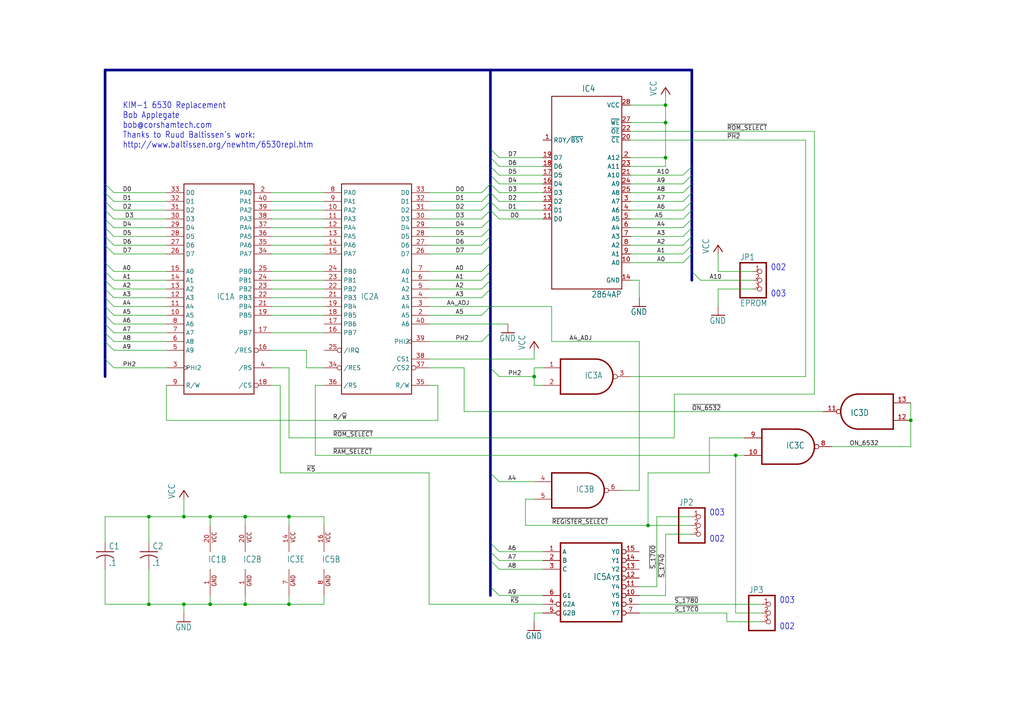
<source format=kicad_sch>
(kicad_sch (version 20230121) (generator eeschema)
  (paper "A4")
  (lib_symbols
    (symbol "KIM_6530_replacement-eagle-import:2864AP"
      (property "Reference" "IC" (at -10.16 29.21 0))
      (symbol "2864AP_1_0"
        (polyline (pts (xy -10.16 -30.48) (xy -10.16 25.4)) (stroke (width 0.254)))
        (polyline (pts (xy -10.16 25.4) (xy 10.16 25.4)) (stroke (width 0.254)))
        (polyline (pts (xy 10.16 -30.48) (xy -10.16 -30.48)) (stroke (width 0.254)))
        (polyline (pts (xy 10.16 25.4) (xy 10.16 -30.48)) (stroke (width 0.254)))
        (pin output line (at 12.7 12.7 180) (length 2.54) (name "RDY/~{BSY}") (number "1"))
        (pin input line (at -12.7 -22.86 0) (length 2.54) (name "A0") (number "10"))
        (pin tri_state line (at 12.7 -10.16 180) (length 2.54) (name "D0") (number "11"))
        (pin tri_state line (at 12.7 -7.62 180) (length 2.54) (name "D1") (number "12"))
        (pin tri_state line (at 12.7 -5.08 180) (length 2.54) (name "D2") (number "13"))
        (pin power_in line (at -12.7 -27.94 0) (length 2.54) (name "GND") (number "14"))
        (pin tri_state line (at 12.7 -2.54 180) (length 2.54) (name "D3") (number "15"))
        (pin tri_state line (at 12.7 0 180) (length 2.54) (name "D4") (number "16"))
        (pin tri_state line (at 12.7 2.54 180) (length 2.54) (name "D5") (number "17"))
        (pin tri_state line (at 12.7 5.08 180) (length 2.54) (name "D6") (number "18"))
        (pin tri_state line (at 12.7 7.62 180) (length 2.54) (name "D7") (number "19"))
        (pin input line (at -12.7 7.62 0) (length 2.54) (name "A12") (number "2"))
        (pin input line (at -12.7 12.7 0) (length 2.54) (name "~{CE}") (number "20"))
        (pin input line (at -12.7 2.54 0) (length 2.54) (name "A10") (number "21"))
        (pin input line (at -12.7 15.24 0) (length 2.54) (name "~{OE}") (number "22"))
        (pin input line (at -12.7 5.08 0) (length 2.54) (name "A11") (number "23"))
        (pin input line (at -12.7 0 0) (length 2.54) (name "A9") (number "24"))
        (pin input line (at -12.7 -2.54 0) (length 2.54) (name "A8") (number "25"))
        (pin input line (at -12.7 17.78 0) (length 2.54) (name "~{WE}") (number "27"))
        (pin power_in line (at -12.7 22.86 0) (length 2.54) (name "VCC") (number "28"))
        (pin input line (at -12.7 -5.08 0) (length 2.54) (name "A7") (number "3"))
        (pin input line (at -12.7 -7.62 0) (length 2.54) (name "A6") (number "4"))
        (pin input line (at -12.7 -10.16 0) (length 2.54) (name "A5") (number "5"))
        (pin input line (at -12.7 -12.7 0) (length 2.54) (name "A4") (number "6"))
        (pin input line (at -12.7 -15.24 0) (length 2.54) (name "A3") (number "7"))
        (pin input line (at -12.7 -17.78 0) (length 2.54) (name "A2") (number "8"))
        (pin input line (at -12.7 -20.32 0) (length 2.54) (name "A1") (number "9"))
      )
    )
    (symbol "KIM_6530_replacement-eagle-import:6530-KIM"
      (property "Reference" "IC" (at -0.635 -0.635 0))
      (symbol "6530-KIM_1_0"
        (polyline (pts (xy -10.16 -27.94) (xy -10.16 33.02)) (stroke (width 0.254)))
        (polyline (pts (xy -10.16 33.02) (xy 10.16 33.02)) (stroke (width 0.254)))
        (polyline (pts (xy 10.16 -27.94) (xy -10.16 -27.94)) (stroke (width 0.254)))
        (polyline (pts (xy 10.16 33.02) (xy 10.16 -27.94)) (stroke (width 0.254)))
        (pin input line (at -15.24 -5.08 0) (length 5.08) (name "A5") (number "10"))
        (pin input line (at -15.24 -2.54 0) (length 5.08) (name "A4") (number "11"))
        (pin input line (at -15.24 0 0) (length 5.08) (name "A3") (number "12"))
        (pin input line (at -15.24 2.54 0) (length 5.08) (name "A2") (number "13"))
        (pin input line (at -15.24 5.08 0) (length 5.08) (name "A1") (number "14"))
        (pin input line (at -15.24 7.62 0) (length 5.08) (name "A0") (number "15"))
        (pin input inverted (at 15.24 -15.24 180) (length 5.08) (name "/RES") (number "16"))
        (pin bidirectional line (at 15.24 -10.16 180) (length 5.08) (name "PB7") (number "17"))
        (pin input inverted (at 15.24 -25.4 180) (length 5.08) (name "/CS") (number "18"))
        (pin bidirectional line (at 15.24 -5.08 180) (length 5.08) (name "PB5") (number "19"))
        (pin bidirectional line (at 15.24 30.48 180) (length 5.08) (name "PA0") (number "2"))
        (pin bidirectional line (at 15.24 -2.54 180) (length 5.08) (name "PB4") (number "21"))
        (pin bidirectional line (at 15.24 0 180) (length 5.08) (name "PB3") (number "22"))
        (pin bidirectional line (at 15.24 2.54 180) (length 5.08) (name "PB2") (number "23"))
        (pin bidirectional line (at 15.24 5.08 180) (length 5.08) (name "PB1") (number "24"))
        (pin bidirectional line (at 15.24 7.62 180) (length 5.08) (name "PB0") (number "25"))
        (pin bidirectional line (at -15.24 12.7 0) (length 5.08) (name "D7") (number "26"))
        (pin bidirectional line (at -15.24 15.24 0) (length 5.08) (name "D6") (number "27"))
        (pin bidirectional line (at -15.24 17.78 0) (length 5.08) (name "D5") (number "28"))
        (pin bidirectional line (at -15.24 20.32 0) (length 5.08) (name "D4") (number "29"))
        (pin input clock (at -15.24 -20.32 0) (length 5.08) (name "PHI2") (number "3"))
        (pin bidirectional line (at -15.24 22.86 0) (length 5.08) (name "D3") (number "30"))
        (pin bidirectional line (at -15.24 25.4 0) (length 5.08) (name "D2") (number "31"))
        (pin bidirectional line (at -15.24 27.94 0) (length 5.08) (name "D1") (number "32"))
        (pin bidirectional line (at -15.24 30.48 0) (length 5.08) (name "D0") (number "33"))
        (pin bidirectional line (at 15.24 12.7 180) (length 5.08) (name "PA7") (number "34"))
        (pin bidirectional line (at 15.24 15.24 180) (length 5.08) (name "PA6") (number "35"))
        (pin bidirectional line (at 15.24 17.78 180) (length 5.08) (name "PA5") (number "36"))
        (pin bidirectional line (at 15.24 20.32 180) (length 5.08) (name "PA4") (number "37"))
        (pin bidirectional line (at 15.24 22.86 180) (length 5.08) (name "PA3") (number "38"))
        (pin bidirectional line (at 15.24 25.4 180) (length 5.08) (name "PA2") (number "39"))
        (pin input line (at 15.24 -20.32 180) (length 5.08) (name "/RS") (number "4"))
        (pin bidirectional line (at 15.24 27.94 180) (length 5.08) (name "PA1") (number "40"))
        (pin input line (at -15.24 -15.24 0) (length 5.08) (name "A9") (number "5"))
        (pin input line (at -15.24 -12.7 0) (length 5.08) (name "A8") (number "6"))
        (pin input line (at -15.24 -10.16 0) (length 5.08) (name "A7") (number "7"))
        (pin input line (at -15.24 -7.62 0) (length 5.08) (name "A6") (number "8"))
        (pin input line (at -15.24 -25.4 0) (length 5.08) (name "R/W") (number "9"))
      )
      (symbol "6530-KIM_2_0"
        (text "GND" (at 1.905 -7.62 900) (effects (font (size 1.27 1.0795)) (justify left bottom)))
        (text "VCC" (at 1.905 5.08 900) (effects (font (size 1.27 1.0795)) (justify left bottom)))
        (pin power_in line (at 0 -10.16 90) (length 7.62) (name "GND") (number "1"))
        (pin power_in line (at 0 10.16 270) (length 7.62) (name "VCC") (number "20"))
      )
    )
    (symbol "KIM_6530_replacement-eagle-import:6532"
      (property "Reference" "IC" (at -0.635 -0.635 0))
      (symbol "6532_1_0"
        (polyline (pts (xy -10.16 -27.94) (xy -10.16 33.02)) (stroke (width 0.254)))
        (polyline (pts (xy -10.16 33.02) (xy 10.16 33.02)) (stroke (width 0.254)))
        (polyline (pts (xy 10.16 -27.94) (xy -10.16 -27.94)) (stroke (width 0.254)))
        (polyline (pts (xy 10.16 33.02) (xy 10.16 -27.94)) (stroke (width 0.254)))
        (pin bidirectional line (at 15.24 25.4 180) (length 5.08) (name "PA2") (number "10"))
        (pin bidirectional line (at 15.24 22.86 180) (length 5.08) (name "PA3") (number "11"))
        (pin bidirectional line (at 15.24 20.32 180) (length 5.08) (name "PA4") (number "12"))
        (pin bidirectional line (at 15.24 17.78 180) (length 5.08) (name "PA5") (number "13"))
        (pin bidirectional line (at 15.24 15.24 180) (length 5.08) (name "PA6") (number "14"))
        (pin bidirectional line (at 15.24 12.7 180) (length 5.08) (name "PA7") (number "15"))
        (pin bidirectional line (at 15.24 -10.16 180) (length 5.08) (name "PB7") (number "16"))
        (pin bidirectional line (at 15.24 -7.62 180) (length 5.08) (name "PB6") (number "17"))
        (pin bidirectional line (at 15.24 -5.08 180) (length 5.08) (name "PB5") (number "18"))
        (pin bidirectional line (at 15.24 -2.54 180) (length 5.08) (name "PB4") (number "19"))
        (pin input line (at -15.24 -5.08 0) (length 5.08) (name "A5") (number "2"))
        (pin bidirectional line (at 15.24 0 180) (length 5.08) (name "PB3") (number "21"))
        (pin bidirectional line (at 15.24 2.54 180) (length 5.08) (name "PB2") (number "22"))
        (pin bidirectional line (at 15.24 5.08 180) (length 5.08) (name "PB1") (number "23"))
        (pin bidirectional line (at 15.24 7.62 180) (length 5.08) (name "PB0") (number "24"))
        (pin open_collector inverted (at 15.24 -15.24 180) (length 5.08) (name "/IRQ") (number "25"))
        (pin bidirectional line (at -15.24 12.7 0) (length 5.08) (name "D7") (number "26"))
        (pin bidirectional line (at -15.24 15.24 0) (length 5.08) (name "D6") (number "27"))
        (pin bidirectional line (at -15.24 17.78 0) (length 5.08) (name "D5") (number "28"))
        (pin bidirectional line (at -15.24 20.32 0) (length 5.08) (name "D4") (number "29"))
        (pin input line (at -15.24 -2.54 0) (length 5.08) (name "A4") (number "3"))
        (pin bidirectional line (at -15.24 22.86 0) (length 5.08) (name "D3") (number "30"))
        (pin bidirectional line (at -15.24 25.4 0) (length 5.08) (name "D2") (number "31"))
        (pin bidirectional line (at -15.24 27.94 0) (length 5.08) (name "D1") (number "32"))
        (pin bidirectional line (at -15.24 30.48 0) (length 5.08) (name "D0") (number "33"))
        (pin input inverted (at 15.24 -20.32 180) (length 5.08) (name "/RES") (number "34"))
        (pin input line (at -15.24 -25.4 0) (length 5.08) (name "R/W") (number "35"))
        (pin input line (at 15.24 -25.4 180) (length 5.08) (name "/RS") (number "36"))
        (pin input inverted (at -15.24 -20.32 0) (length 5.08) (name "/CS2") (number "37"))
        (pin input line (at -15.24 -17.78 0) (length 5.08) (name "CS1") (number "38"))
        (pin input clock (at -15.24 -12.7 0) (length 5.08) (name "PHI2") (number "39"))
        (pin input line (at -15.24 0 0) (length 5.08) (name "A3") (number "4"))
        (pin input line (at -15.24 -7.62 0) (length 5.08) (name "A6") (number "40"))
        (pin input line (at -15.24 2.54 0) (length 5.08) (name "A2") (number "5"))
        (pin input line (at -15.24 5.08 0) (length 5.08) (name "A1") (number "6"))
        (pin input line (at -15.24 7.62 0) (length 5.08) (name "A0") (number "7"))
        (pin bidirectional line (at 15.24 30.48 180) (length 5.08) (name "PA0") (number "8"))
        (pin bidirectional line (at 15.24 27.94 180) (length 5.08) (name "PA1") (number "9"))
      )
      (symbol "6532_2_0"
        (text "GND" (at 1.905 -7.62 900) (effects (font (size 1.27 1.0795)) (justify left bottom)))
        (text "VCC" (at 1.905 5.08 900) (effects (font (size 1.27 1.0795)) (justify left bottom)))
        (pin power_in line (at 0 -10.16 90) (length 7.62) (name "GND") (number "1"))
        (pin power_in line (at 0 10.16 270) (length 7.62) (name "VCC") (number "20"))
      )
    )
    (symbol "KIM_6530_replacement-eagle-import:7400N"
      (property "Reference" "IC" (at -0.635 -0.635 0))
      (symbol "7400N_1_0"
        (polyline (pts (xy -7.62 -5.08) (xy 2.54 -5.08)) (stroke (width 0.4064)))
        (polyline (pts (xy -7.62 5.08) (xy -7.62 -5.08)) (stroke (width 0.4064)))
        (polyline (pts (xy 2.54 5.08) (xy -7.62 5.08)) (stroke (width 0.4064)))
        (arc (start 2.5398 -5.08) (mid 7.5978 -0.0001) (end 2.54 5.08) (stroke (width 0.4064)))
        (pin input line (at -12.7 2.54 0) (length 5.08) (name "I0") (number "1"))
        (pin input line (at -12.7 -2.54 0) (length 5.08) (name "I1") (number "2"))
        (pin output inverted (at 12.7 0 180) (length 5.08) (name "O") (number "3"))
      )
      (symbol "7400N_2_0"
        (polyline (pts (xy -7.62 -5.08) (xy 2.54 -5.08)) (stroke (width 0.4064)))
        (polyline (pts (xy -7.62 5.08) (xy -7.62 -5.08)) (stroke (width 0.4064)))
        (polyline (pts (xy 2.54 5.08) (xy -7.62 5.08)) (stroke (width 0.4064)))
        (arc (start 2.5398 -5.08) (mid 7.5978 -0.0001) (end 2.54 5.08) (stroke (width 0.4064)))
        (pin input line (at -12.7 2.54 0) (length 5.08) (name "I0") (number "4"))
        (pin input line (at -12.7 -2.54 0) (length 5.08) (name "I1") (number "5"))
        (pin output inverted (at 12.7 0 180) (length 5.08) (name "O") (number "6"))
      )
      (symbol "7400N_3_0"
        (polyline (pts (xy -7.62 -5.08) (xy 2.54 -5.08)) (stroke (width 0.4064)))
        (polyline (pts (xy -7.62 5.08) (xy -7.62 -5.08)) (stroke (width 0.4064)))
        (polyline (pts (xy 2.54 5.08) (xy -7.62 5.08)) (stroke (width 0.4064)))
        (arc (start 2.5398 -5.08) (mid 7.5978 -0.0001) (end 2.54 5.08) (stroke (width 0.4064)))
        (pin input line (at -12.7 -2.54 0) (length 5.08) (name "I1") (number "10"))
        (pin output inverted (at 12.7 0 180) (length 5.08) (name "O") (number "8"))
        (pin input line (at -12.7 2.54 0) (length 5.08) (name "I0") (number "9"))
      )
      (symbol "7400N_4_0"
        (polyline (pts (xy -7.62 -5.08) (xy 2.54 -5.08)) (stroke (width 0.4064)))
        (polyline (pts (xy -7.62 5.08) (xy -7.62 -5.08)) (stroke (width 0.4064)))
        (polyline (pts (xy 2.54 5.08) (xy -7.62 5.08)) (stroke (width 0.4064)))
        (arc (start 2.5398 -5.08) (mid 7.5978 -0.0001) (end 2.54 5.08) (stroke (width 0.4064)))
        (pin output inverted (at 12.7 0 180) (length 5.08) (name "O") (number "11"))
        (pin input line (at -12.7 2.54 0) (length 5.08) (name "I0") (number "12"))
        (pin input line (at -12.7 -2.54 0) (length 5.08) (name "I1") (number "13"))
      )
      (symbol "7400N_5_0"
        (text "GND" (at 1.905 -7.62 900) (effects (font (size 1.27 1.0795)) (justify left bottom)))
        (text "VCC" (at 1.905 5.08 900) (effects (font (size 1.27 1.0795)) (justify left bottom)))
        (pin power_in line (at 0 10.16 270) (length 7.62) (name "VCC") (number "14"))
        (pin power_in line (at 0 -10.16 90) (length 7.62) (name "GND") (number "7"))
      )
    )
    (symbol "KIM_6530_replacement-eagle-import:74138N"
      (property "Reference" "IC" (at -0.635 -0.635 0))
      (symbol "74138N_1_0"
        (polyline (pts (xy -10.16 -12.7) (xy 7.62 -12.7)) (stroke (width 0.4064)))
        (polyline (pts (xy -10.16 10.16) (xy -10.16 -12.7)) (stroke (width 0.4064)))
        (polyline (pts (xy 7.62 -12.7) (xy 7.62 10.16)) (stroke (width 0.4064)))
        (polyline (pts (xy 7.62 10.16) (xy -10.16 10.16)) (stroke (width 0.4064)))
        (pin input line (at -15.24 7.62 0) (length 5.08) (name "A") (number "1"))
        (pin output inverted (at 12.7 -5.08 180) (length 5.08) (name "Y5") (number "10"))
        (pin output inverted (at 12.7 -2.54 180) (length 5.08) (name "Y4") (number "11"))
        (pin output inverted (at 12.7 0 180) (length 5.08) (name "Y3") (number "12"))
        (pin output inverted (at 12.7 2.54 180) (length 5.08) (name "Y2") (number "13"))
        (pin output inverted (at 12.7 5.08 180) (length 5.08) (name "Y1") (number "14"))
        (pin output inverted (at 12.7 7.62 180) (length 5.08) (name "Y0") (number "15"))
        (pin input line (at -15.24 5.08 0) (length 5.08) (name "B") (number "2"))
        (pin input line (at -15.24 2.54 0) (length 5.08) (name "C") (number "3"))
        (pin input inverted (at -15.24 -7.62 0) (length 5.08) (name "G2A") (number "4"))
        (pin input inverted (at -15.24 -10.16 0) (length 5.08) (name "G2B") (number "5"))
        (pin input line (at -15.24 -5.08 0) (length 5.08) (name "G1") (number "6"))
        (pin output inverted (at 12.7 -10.16 180) (length 5.08) (name "Y7") (number "7"))
        (pin output inverted (at 12.7 -7.62 180) (length 5.08) (name "Y6") (number "9"))
      )
      (symbol "74138N_2_0"
        (text "GND" (at 1.905 -7.62 900) (effects (font (size 1.27 1.0795)) (justify left bottom)))
        (text "VCC" (at 1.905 5.08 900) (effects (font (size 1.27 1.0795)) (justify left bottom)))
        (pin power_in line (at 0 10.16 270) (length 7.62) (name "VCC") (number "16"))
        (pin power_in line (at 0 -10.16 90) (length 7.62) (name "GND") (number "8"))
      )
    )
    (symbol "KIM_6530_replacement-eagle-import:C-US025-025X050"
      (property "Reference" "C" (at 1.016 0.635 0))
      (symbol "C-US025-025X050_1_0"
        (arc (start 0 -1.0161) (mid -1.302 -1.2303) (end -2.4668 -1.8504) (stroke (width 0.254)))
        (polyline (pts (xy -2.54 0) (xy 2.54 0)) (stroke (width 0.254)))
        (polyline (pts (xy 0 -1.016) (xy 0 -2.54)) (stroke (width 0.1524)))
        (arc (start 2.4892 -1.8541) (mid 1.3158 -1.2194) (end 0 -1) (stroke (width 0.254)))
        (pin passive line (at 0 2.54 270) (length 2.54) (name "1") (number "1"))
        (pin passive line (at 0 -5.08 90) (length 2.54) (name "2") (number "2"))
      )
    )
    (symbol "KIM_6530_replacement-eagle-import:GND" (power)
      (property "Value" "GND" (at -2.54 -2.54 0))
      (symbol "GND_1_0"
        (polyline (pts (xy -1.905 0) (xy 1.905 0)) (stroke (width 0.254)))
        (pin power_in line (at 0 2.54 270) (length 2.54) (name "GND") (number "1"))
      )
    )
    (symbol "KIM_6530_replacement-eagle-import:PINHD-1X3"
      (property "Reference" "JP" (at -6.35 5.715 0))
      (symbol "PINHD-1X3_1_0"
        (polyline (pts (xy -6.35 -5.08) (xy 1.27 -5.08)) (stroke (width 0.4064)))
        (polyline (pts (xy -6.35 5.08) (xy -6.35 -5.08)) (stroke (width 0.4064)))
        (polyline (pts (xy 1.27 -5.08) (xy 1.27 5.08)) (stroke (width 0.4064)))
        (polyline (pts (xy 1.27 5.08) (xy -6.35 5.08)) (stroke (width 0.4064)))
        (pin passive inverted (at -2.54 2.54 0) (length 2.54) (name "1") (number "1"))
        (pin passive inverted (at -2.54 0 0) (length 2.54) (name "2") (number "2"))
        (pin passive inverted (at -2.54 -2.54 0) (length 2.54) (name "3") (number "3"))
      )
    )
    (symbol "KIM_6530_replacement-eagle-import:VCC" (power)
      (property "Value" "VCC" (at -2.54 -2.54 90))
      (symbol "VCC_1_0"
        (polyline (pts (xy 0 0) (xy -1.27 -1.905)) (stroke (width 0.254)))
        (polyline (pts (xy 1.27 -1.905) (xy 0 0)) (stroke (width 0.254)))
        (pin power_in line (at 0 -2.54 90) (length 2.54) (name "VCC") (number "1"))
      )
    )
  )
  (junction (at 71.12 175.26))
  (junction (at 53.34 149.86))
  (junction (at 43.18 149.86))
  (junction (at 213.36 132.08))
  (junction (at 71.12 149.86))
  (junction (at 43.18 175.26))
  (junction (at 60.96 149.86))
  (junction (at 193.04 30.48))
  (junction (at 193.04 35.56))
  (junction (at 53.34 175.26))
  (junction (at 83.82 149.86))
  (junction (at 193.04 45.72))
  (junction (at 187.96 152.4))
  (junction (at 154.94 109.22))
  (junction (at 264.16 121.92))
  (junction (at 83.82 175.26))
  (junction (at 60.96 175.26))
  (bus_entry (at 33.02 83.82) (size -2.54 -2.54))
  (bus_entry (at 33.02 101.6) (size -2.54 -2.54))
  (bus_entry (at 198.12 76.2) (size 2.54 -2.54))
  (bus_entry (at 144.78 139.7) (size -2.54 -2.54))
  (bus_entry (at 139.7 99.06) (size 2.54 -2.54))
  (bus_entry (at 139.7 73.66) (size 2.54 -2.54))
  (bus_entry (at 139.7 58.42) (size 2.54 -2.54))
  (bus_entry (at 139.7 86.36) (size 2.54 -2.54))
  (bus_entry (at 33.02 78.74) (size -2.54 -2.54))
  (bus_entry (at 144.78 160.02) (size -2.54 -2.54))
  (bus_entry (at 33.02 99.06) (size -2.54 -2.54))
  (bus_entry (at 198.12 66.04) (size 2.54 -2.54))
  (bus_entry (at 33.02 96.52) (size -2.54 -2.54))
  (bus_entry (at 144.78 50.8) (size -2.54 -2.54))
  (bus_entry (at 198.12 73.66) (size 2.54 -2.54))
  (bus_entry (at 139.7 78.74) (size 2.54 -2.54))
  (bus_entry (at 144.78 109.22) (size -2.54 -2.54))
  (bus_entry (at 139.7 71.12) (size 2.54 -2.54))
  (bus_entry (at 33.02 86.36) (size -2.54 -2.54))
  (bus_entry (at 33.02 68.58) (size -2.54 -2.54))
  (bus_entry (at 198.12 50.8) (size 2.54 -2.54))
  (bus_entry (at 33.02 71.12) (size -2.54 -2.54))
  (bus_entry (at 144.78 55.88) (size -2.54 -2.54))
  (bus_entry (at 139.7 91.44) (size 2.54 -2.54))
  (bus_entry (at 139.7 63.5) (size 2.54 -2.54))
  (bus_entry (at 33.02 63.5) (size -2.54 -2.54))
  (bus_entry (at 144.78 162.56) (size -2.54 -2.54))
  (bus_entry (at 144.78 60.96) (size -2.54 -2.54))
  (bus_entry (at 33.02 73.66) (size -2.54 -2.54))
  (bus_entry (at 198.12 55.88) (size 2.54 -2.54))
  (bus_entry (at 198.12 53.34) (size 2.54 -2.54))
  (bus_entry (at 198.12 68.58) (size 2.54 -2.54))
  (bus_entry (at 33.02 55.88) (size -2.54 -2.54))
  (bus_entry (at 33.02 60.96) (size -2.54 -2.54))
  (bus_entry (at 139.7 83.82) (size 2.54 -2.54))
  (bus_entry (at 198.12 71.12) (size 2.54 -2.54))
  (bus_entry (at 144.78 63.5) (size -2.54 -2.54))
  (bus_entry (at 139.7 55.88) (size 2.54 -2.54))
  (bus_entry (at 198.12 60.96) (size 2.54 -2.54))
  (bus_entry (at 198.12 63.5) (size 2.54 -2.54))
  (bus_entry (at 139.7 81.28) (size 2.54 -2.54))
  (bus_entry (at 144.78 58.42) (size -2.54 -2.54))
  (bus_entry (at 33.02 88.9) (size -2.54 -2.54))
  (bus_entry (at 33.02 81.28) (size -2.54 -2.54))
  (bus_entry (at 144.78 165.1) (size -2.54 -2.54))
  (bus_entry (at 144.78 172.72) (size -2.54 -2.54))
  (bus_entry (at 33.02 66.04) (size -2.54 -2.54))
  (bus_entry (at 139.7 68.58) (size 2.54 -2.54))
  (bus_entry (at 33.02 91.44) (size -2.54 -2.54))
  (bus_entry (at 144.78 45.72) (size -2.54 -2.54))
  (bus_entry (at 144.78 53.34) (size -2.54 -2.54))
  (bus_entry (at 33.02 93.98) (size -2.54 -2.54))
  (bus_entry (at 139.7 66.04) (size 2.54 -2.54))
  (bus_entry (at 139.7 60.96) (size 2.54 -2.54))
  (bus_entry (at 144.78 48.26) (size -2.54 -2.54))
  (bus_entry (at 33.02 106.68) (size -2.54 -2.54))
  (bus_entry (at 198.12 58.42) (size 2.54 -2.54))
  (bus_entry (at 33.02 58.42) (size -2.54 -2.54))
  (bus_entry (at 203.2 81.28) (size -2.54 -2.54))
  (wire (pts (xy 144.78 58.42) (xy 157.48 58.42)) (stroke (width 0.1524)))
  (wire (pts (xy 33.02 101.6) (xy 48.26 101.6)) (stroke (width 0.1524)))
  (bus (pts (xy 30.48 78.74) (xy 30.48 76.2)) (stroke (width 0.762)))
  (wire (pts (xy 144.78 165.1) (xy 157.48 165.1)) (stroke (width 0.1524)))
  (wire (pts (xy 154.94 109.22) (xy 154.94 111.76)) (stroke (width 0.1524)))
  (wire (pts (xy 144.78 139.7) (xy 154.94 139.7)) (stroke (width 0.1524)))
  (bus (pts (xy 142.24 83.82) (xy 142.24 88.9)) (stroke (width 0.762)))
  (wire (pts (xy 33.02 71.12) (xy 48.26 71.12)) (stroke (width 0.1524)))
  (wire (pts (xy 233.68 40.64) (xy 182.88 40.64)) (stroke (width 0.1524)))
  (wire (pts (xy 182.88 45.72) (xy 193.04 45.72)) (stroke (width 0.1524)))
  (wire (pts (xy 139.7 66.04) (xy 124.46 66.04)) (stroke (width 0.1524)))
  (wire (pts (xy 193.04 172.72) (xy 193.04 154.94)) (stroke (width 0.1524)))
  (wire (pts (xy 134.62 106.68) (xy 124.46 106.68)) (stroke (width 0.1524)))
  (bus (pts (xy 30.48 58.42) (xy 30.48 55.88)) (stroke (width 0.762)))
  (wire (pts (xy 187.96 152.4) (xy 152.4 152.4)) (stroke (width 0.1524)))
  (wire (pts (xy 139.7 58.42) (xy 124.46 58.42)) (stroke (width 0.1524)))
  (wire (pts (xy 210.82 180.34) (xy 220.98 180.34)) (stroke (width 0.1524)))
  (wire (pts (xy 53.34 149.86) (xy 60.96 149.86)) (stroke (width 0.1524)))
  (wire (pts (xy 139.7 60.96) (xy 124.46 60.96)) (stroke (width 0.1524)))
  (wire (pts (xy 154.94 177.8) (xy 157.48 177.8)) (stroke (width 0.1524)))
  (wire (pts (xy 43.18 149.86) (xy 43.18 157.48)) (stroke (width 0.1524)))
  (bus (pts (xy 30.48 81.28) (xy 30.48 78.74)) (stroke (width 0.762)))
  (wire (pts (xy 187.96 137.16) (xy 205.74 137.16)) (stroke (width 0.1524)))
  (wire (pts (xy 198.12 60.96) (xy 182.88 60.96)) (stroke (width 0.1524)))
  (wire (pts (xy 198.12 55.88) (xy 182.88 55.88)) (stroke (width 0.1524)))
  (bus (pts (xy 142.24 71.12) (xy 142.24 76.2)) (stroke (width 0.762)))
  (wire (pts (xy 53.34 175.26) (xy 53.34 177.8)) (stroke (width 0.1524)))
  (wire (pts (xy 33.02 63.5) (xy 48.26 63.5)) (stroke (width 0.1524)))
  (wire (pts (xy 144.78 55.88) (xy 157.48 55.88)) (stroke (width 0.1524)))
  (wire (pts (xy 198.12 68.58) (xy 182.88 68.58)) (stroke (width 0.1524)))
  (wire (pts (xy 33.02 68.58) (xy 48.26 68.58)) (stroke (width 0.1524)))
  (wire (pts (xy 81.28 111.76) (xy 81.28 137.16)) (stroke (width 0.1524)))
  (wire (pts (xy 238.76 119.38) (xy 134.62 119.38)) (stroke (width 0.1524)))
  (wire (pts (xy 144.78 109.22) (xy 154.94 109.22)) (stroke (width 0.1524)))
  (wire (pts (xy 190.5 149.86) (xy 200.66 149.86)) (stroke (width 0.1524)))
  (bus (pts (xy 142.24 78.74) (xy 142.24 81.28)) (stroke (width 0.762)))
  (bus (pts (xy 142.24 50.8) (xy 142.24 53.34)) (stroke (width 0.762)))
  (bus (pts (xy 142.24 48.26) (xy 142.24 50.8)) (stroke (width 0.762)))
  (bus (pts (xy 200.66 58.42) (xy 200.66 60.96)) (stroke (width 0.762)))
  (wire (pts (xy 195.58 127) (xy 195.58 114.3)) (stroke (width 0.1524)))
  (wire (pts (xy 91.44 132.08) (xy 213.36 132.08)) (stroke (width 0.1524)))
  (bus (pts (xy 142.24 68.58) (xy 142.24 71.12)) (stroke (width 0.762)))
  (wire (pts (xy 78.74 106.68) (xy 83.82 106.68)) (stroke (width 0.1524)))
  (wire (pts (xy 182.88 109.22) (xy 233.68 109.22)) (stroke (width 0.1524)))
  (bus (pts (xy 30.48 76.2) (xy 30.48 71.12)) (stroke (width 0.762)))
  (wire (pts (xy 198.12 63.5) (xy 182.88 63.5)) (stroke (width 0.1524)))
  (wire (pts (xy 93.98 149.86) (xy 93.98 152.4)) (stroke (width 0.1524)))
  (wire (pts (xy 193.04 35.56) (xy 193.04 30.48)) (stroke (width 0.1524)))
  (wire (pts (xy 83.82 175.26) (xy 93.98 175.26)) (stroke (width 0.1524)))
  (bus (pts (xy 30.48 91.44) (xy 30.48 88.9)) (stroke (width 0.762)))
  (wire (pts (xy 88.9 106.68) (xy 93.98 106.68)) (stroke (width 0.1524)))
  (wire (pts (xy 152.4 144.78) (xy 154.94 144.78)) (stroke (width 0.1524)))
  (wire (pts (xy 195.58 114.3) (xy 236.22 114.3)) (stroke (width 0.1524)))
  (wire (pts (xy 30.48 175.26) (xy 30.48 165.1)) (stroke (width 0.1524)))
  (wire (pts (xy 93.98 111.76) (xy 91.44 111.76)) (stroke (width 0.1524)))
  (wire (pts (xy 33.02 106.68) (xy 48.26 106.68)) (stroke (width 0.1524)))
  (wire (pts (xy 213.36 132.08) (xy 213.36 177.8)) (stroke (width 0.1524)))
  (wire (pts (xy 78.74 96.52) (xy 93.98 96.52)) (stroke (width 0.1524)))
  (wire (pts (xy 33.02 96.52) (xy 48.26 96.52)) (stroke (width 0.1524)))
  (wire (pts (xy 154.94 106.68) (xy 157.48 106.68)) (stroke (width 0.1524)))
  (wire (pts (xy 193.04 30.48) (xy 193.04 27.94)) (stroke (width 0.1524)))
  (wire (pts (xy 48.26 111.76) (xy 48.26 121.92)) (stroke (width 0.1524)))
  (bus (pts (xy 142.24 160.02) (xy 142.24 162.56)) (stroke (width 0.762)))
  (wire (pts (xy 33.02 58.42) (xy 48.26 58.42)) (stroke (width 0.1524)))
  (wire (pts (xy 33.02 93.98) (xy 48.26 93.98)) (stroke (width 0.1524)))
  (wire (pts (xy 83.82 175.26) (xy 83.82 172.72)) (stroke (width 0.1524)))
  (wire (pts (xy 187.96 152.4) (xy 187.96 137.16)) (stroke (width 0.1524)))
  (wire (pts (xy 198.12 71.12) (xy 182.88 71.12)) (stroke (width 0.1524)))
  (bus (pts (xy 142.24 20.32) (xy 142.24 43.18)) (stroke (width 0.762)))
  (wire (pts (xy 198.12 76.2) (xy 182.88 76.2)) (stroke (width 0.1524)))
  (bus (pts (xy 30.48 88.9) (xy 30.48 86.36)) (stroke (width 0.762)))
  (wire (pts (xy 180.34 142.24) (xy 185.42 142.24)) (stroke (width 0.1524)))
  (wire (pts (xy 193.04 48.26) (xy 193.04 45.72)) (stroke (width 0.1524)))
  (wire (pts (xy 152.4 152.4) (xy 152.4 144.78)) (stroke (width 0.1524)))
  (wire (pts (xy 233.68 109.22) (xy 233.68 40.64)) (stroke (width 0.1524)))
  (wire (pts (xy 78.74 101.6) (xy 88.9 101.6)) (stroke (width 0.1524)))
  (wire (pts (xy 83.82 149.86) (xy 83.82 152.4)) (stroke (width 0.1524)))
  (wire (pts (xy 83.82 106.68) (xy 83.82 127)) (stroke (width 0.1524)))
  (wire (pts (xy 81.28 137.16) (xy 124.46 137.16)) (stroke (width 0.1524)))
  (wire (pts (xy 91.44 111.76) (xy 91.44 132.08)) (stroke (width 0.1524)))
  (wire (pts (xy 185.42 81.28) (xy 185.42 86.36)) (stroke (width 0.1524)))
  (wire (pts (xy 160.02 99.06) (xy 160.02 88.9)) (stroke (width 0.1524)))
  (wire (pts (xy 193.04 154.94) (xy 200.66 154.94)) (stroke (width 0.1524)))
  (wire (pts (xy 236.22 114.3) (xy 236.22 38.1)) (stroke (width 0.1524)))
  (wire (pts (xy 144.78 162.56) (xy 157.48 162.56)) (stroke (width 0.1524)))
  (bus (pts (xy 200.66 63.5) (xy 200.66 66.04)) (stroke (width 0.762)))
  (bus (pts (xy 200.66 48.26) (xy 200.66 50.8)) (stroke (width 0.762)))
  (wire (pts (xy 43.18 149.86) (xy 30.48 149.86)) (stroke (width 0.1524)))
  (bus (pts (xy 30.48 63.5) (xy 30.48 60.96)) (stroke (width 0.762)))
  (bus (pts (xy 142.24 45.72) (xy 142.24 48.26)) (stroke (width 0.762)))
  (wire (pts (xy 78.74 73.66) (xy 93.98 73.66)) (stroke (width 0.1524)))
  (bus (pts (xy 142.24 137.16) (xy 142.24 157.48)) (stroke (width 0.762)))
  (bus (pts (xy 200.66 55.88) (xy 200.66 58.42)) (stroke (width 0.762)))
  (wire (pts (xy 71.12 149.86) (xy 71.12 152.4)) (stroke (width 0.1524)))
  (wire (pts (xy 78.74 60.96) (xy 93.98 60.96)) (stroke (width 0.1524)))
  (wire (pts (xy 264.16 116.84) (xy 264.16 121.92)) (stroke (width 0.1524)))
  (bus (pts (xy 30.48 66.04) (xy 30.48 63.5)) (stroke (width 0.762)))
  (bus (pts (xy 30.48 55.88) (xy 30.48 53.34)) (stroke (width 0.762)))
  (wire (pts (xy 134.62 119.38) (xy 134.62 106.68)) (stroke (width 0.1524)))
  (wire (pts (xy 139.7 91.44) (xy 124.46 91.44)) (stroke (width 0.1524)))
  (wire (pts (xy 127 121.92) (xy 127 111.76)) (stroke (width 0.1524)))
  (bus (pts (xy 200.66 50.8) (xy 200.66 53.34)) (stroke (width 0.762)))
  (bus (pts (xy 142.24 58.42) (xy 142.24 60.96)) (stroke (width 0.762)))
  (wire (pts (xy 60.96 175.26) (xy 60.96 172.72)) (stroke (width 0.1524)))
  (bus (pts (xy 142.24 162.56) (xy 142.24 170.18)) (stroke (width 0.762)))
  (wire (pts (xy 144.78 172.72) (xy 157.48 172.72)) (stroke (width 0.1524)))
  (wire (pts (xy 200.66 152.4) (xy 187.96 152.4)) (stroke (width 0.1524)))
  (wire (pts (xy 33.02 55.88) (xy 48.26 55.88)) (stroke (width 0.1524)))
  (bus (pts (xy 200.66 68.58) (xy 200.66 71.12)) (stroke (width 0.762)))
  (wire (pts (xy 198.12 50.8) (xy 182.88 50.8)) (stroke (width 0.1524)))
  (bus (pts (xy 30.48 60.96) (xy 30.48 58.42)) (stroke (width 0.762)))
  (wire (pts (xy 33.02 83.82) (xy 48.26 83.82)) (stroke (width 0.1524)))
  (wire (pts (xy 139.7 81.28) (xy 124.46 81.28)) (stroke (width 0.1524)))
  (bus (pts (xy 142.24 20.32) (xy 200.66 20.32)) (stroke (width 0.762)))
  (wire (pts (xy 264.16 129.54) (xy 264.16 121.92)) (stroke (width 0.1524)))
  (wire (pts (xy 185.42 170.18) (xy 190.5 170.18)) (stroke (width 0.1524)))
  (wire (pts (xy 213.36 177.8) (xy 220.98 177.8)) (stroke (width 0.1524)))
  (wire (pts (xy 83.82 149.86) (xy 93.98 149.86)) (stroke (width 0.1524)))
  (wire (pts (xy 124.46 175.26) (xy 157.48 175.26)) (stroke (width 0.1524)))
  (wire (pts (xy 78.74 91.44) (xy 93.98 91.44)) (stroke (width 0.1524)))
  (wire (pts (xy 53.34 149.86) (xy 43.18 149.86)) (stroke (width 0.1524)))
  (bus (pts (xy 30.48 93.98) (xy 30.48 91.44)) (stroke (width 0.762)))
  (wire (pts (xy 182.88 48.26) (xy 193.04 48.26)) (stroke (width 0.1524)))
  (wire (pts (xy 71.12 149.86) (xy 83.82 149.86)) (stroke (width 0.1524)))
  (wire (pts (xy 78.74 88.9) (xy 93.98 88.9)) (stroke (width 0.1524)))
  (wire (pts (xy 78.74 63.5) (xy 93.98 63.5)) (stroke (width 0.1524)))
  (bus (pts (xy 142.24 81.28) (xy 142.24 83.82)) (stroke (width 0.762)))
  (wire (pts (xy 78.74 83.82) (xy 93.98 83.82)) (stroke (width 0.1524)))
  (bus (pts (xy 30.48 53.34) (xy 30.48 20.32)) (stroke (width 0.762)))
  (wire (pts (xy 124.46 93.98) (xy 147.32 93.98)) (stroke (width 0.1524)))
  (wire (pts (xy 154.94 104.14) (xy 154.94 101.6)) (stroke (width 0.1524)))
  (wire (pts (xy 139.7 99.06) (xy 124.46 99.06)) (stroke (width 0.1524)))
  (wire (pts (xy 33.02 60.96) (xy 48.26 60.96)) (stroke (width 0.1524)))
  (bus (pts (xy 30.48 104.14) (xy 30.48 99.06)) (stroke (width 0.762)))
  (wire (pts (xy 185.42 175.26) (xy 220.98 175.26)) (stroke (width 0.1524)))
  (wire (pts (xy 144.78 60.96) (xy 157.48 60.96)) (stroke (width 0.1524)))
  (bus (pts (xy 142.24 60.96) (xy 142.24 63.5)) (stroke (width 0.762)))
  (wire (pts (xy 205.74 127) (xy 215.9 127)) (stroke (width 0.1524)))
  (wire (pts (xy 78.74 78.74) (xy 93.98 78.74)) (stroke (width 0.1524)))
  (bus (pts (xy 30.48 83.82) (xy 30.48 81.28)) (stroke (width 0.762)))
  (wire (pts (xy 185.42 142.24) (xy 185.42 99.06)) (stroke (width 0.1524)))
  (wire (pts (xy 144.78 50.8) (xy 157.48 50.8)) (stroke (width 0.1524)))
  (wire (pts (xy 198.12 66.04) (xy 182.88 66.04)) (stroke (width 0.1524)))
  (bus (pts (xy 200.66 66.04) (xy 200.66 68.58)) (stroke (width 0.762)))
  (wire (pts (xy 154.94 111.76) (xy 157.48 111.76)) (stroke (width 0.1524)))
  (wire (pts (xy 33.02 91.44) (xy 48.26 91.44)) (stroke (width 0.1524)))
  (wire (pts (xy 208.28 88.9) (xy 208.28 83.82)) (stroke (width 0.1524)))
  (wire (pts (xy 71.12 175.26) (xy 71.12 172.72)) (stroke (width 0.1524)))
  (wire (pts (xy 203.2 81.28) (xy 218.44 81.28)) (stroke (width 0.1524)))
  (bus (pts (xy 200.66 60.96) (xy 200.66 63.5)) (stroke (width 0.762)))
  (bus (pts (xy 142.24 63.5) (xy 142.24 66.04)) (stroke (width 0.762)))
  (bus (pts (xy 142.24 88.9) (xy 142.24 96.52)) (stroke (width 0.762)))
  (wire (pts (xy 139.7 63.5) (xy 124.46 63.5)) (stroke (width 0.1524)))
  (wire (pts (xy 160.02 88.9) (xy 142.24 88.9)) (stroke (width 0.1524)))
  (wire (pts (xy 139.7 83.82) (xy 124.46 83.82)) (stroke (width 0.1524)))
  (wire (pts (xy 241.3 129.54) (xy 264.16 129.54)) (stroke (width 0.1524)))
  (wire (pts (xy 127 111.76) (xy 124.46 111.76)) (stroke (width 0.1524)))
  (wire (pts (xy 208.28 78.74) (xy 218.44 78.74)) (stroke (width 0.1524)))
  (bus (pts (xy 142.24 96.52) (xy 142.24 106.68)) (stroke (width 0.762)))
  (bus (pts (xy 30.48 99.06) (xy 30.48 96.52)) (stroke (width 0.762)))
  (wire (pts (xy 78.74 71.12) (xy 93.98 71.12)) (stroke (width 0.1524)))
  (wire (pts (xy 139.7 86.36) (xy 124.46 86.36)) (stroke (width 0.1524)))
  (wire (pts (xy 144.78 45.72) (xy 157.48 45.72)) (stroke (width 0.1524)))
  (wire (pts (xy 142.24 88.9) (xy 124.46 88.9)) (stroke (width 0.1524)))
  (wire (pts (xy 182.88 35.56) (xy 193.04 35.56)) (stroke (width 0.1524)))
  (wire (pts (xy 213.36 132.08) (xy 215.9 132.08)) (stroke (width 0.1524)))
  (bus (pts (xy 30.48 109.22) (xy 30.48 104.14)) (stroke (width 0.762)))
  (bus (pts (xy 142.24 43.18) (xy 142.24 45.72)) (stroke (width 0.762)))
  (bus (pts (xy 30.48 96.52) (xy 30.48 93.98)) (stroke (width 0.762)))
  (bus (pts (xy 30.48 68.58) (xy 30.48 66.04)) (stroke (width 0.762)))
  (wire (pts (xy 185.42 177.8) (xy 210.82 177.8)) (stroke (width 0.1524)))
  (wire (pts (xy 210.82 177.8) (xy 210.82 180.34)) (stroke (width 0.1524)))
  (wire (pts (xy 205.74 137.16) (xy 205.74 127)) (stroke (width 0.1524)))
  (bus (pts (xy 142.24 157.48) (xy 142.24 160.02)) (stroke (width 0.762)))
  (wire (pts (xy 43.18 175.26) (xy 43.18 165.1)) (stroke (width 0.1524)))
  (wire (pts (xy 33.02 73.66) (xy 48.26 73.66)) (stroke (width 0.1524)))
  (wire (pts (xy 83.82 127) (xy 195.58 127)) (stroke (width 0.1524)))
  (wire (pts (xy 190.5 170.18) (xy 190.5 149.86)) (stroke (width 0.1524)))
  (wire (pts (xy 144.78 48.26) (xy 157.48 48.26)) (stroke (width 0.1524)))
  (bus (pts (xy 142.24 55.88) (xy 142.24 58.42)) (stroke (width 0.762)))
  (wire (pts (xy 78.74 81.28) (xy 93.98 81.28)) (stroke (width 0.1524)))
  (wire (pts (xy 124.46 104.14) (xy 154.94 104.14)) (stroke (width 0.1524)))
  (wire (pts (xy 139.7 55.88) (xy 124.46 55.88)) (stroke (width 0.1524)))
  (bus (pts (xy 142.24 53.34) (xy 142.24 55.88)) (stroke (width 0.762)))
  (wire (pts (xy 30.48 175.26) (xy 43.18 175.26)) (stroke (width 0.1524)))
  (wire (pts (xy 198.12 58.42) (xy 182.88 58.42)) (stroke (width 0.1524)))
  (bus (pts (xy 142.24 66.04) (xy 142.24 68.58)) (stroke (width 0.762)))
  (wire (pts (xy 185.42 172.72) (xy 193.04 172.72)) (stroke (width 0.1524)))
  (wire (pts (xy 78.74 68.58) (xy 93.98 68.58)) (stroke (width 0.1524)))
  (wire (pts (xy 78.74 111.76) (xy 81.28 111.76)) (stroke (width 0.1524)))
  (wire (pts (xy 78.74 66.04) (xy 93.98 66.04)) (stroke (width 0.1524)))
  (wire (pts (xy 48.26 121.92) (xy 127 121.92)) (stroke (width 0.1524)))
  (bus (pts (xy 142.24 76.2) (xy 142.24 78.74)) (stroke (width 0.762)))
  (wire (pts (xy 139.7 68.58) (xy 124.46 68.58)) (stroke (width 0.1524)))
  (bus (pts (xy 200.66 71.12) (xy 200.66 73.66)) (stroke (width 0.762)))
  (wire (pts (xy 236.22 38.1) (xy 182.88 38.1)) (stroke (width 0.1524)))
  (wire (pts (xy 182.88 81.28) (xy 185.42 81.28)) (stroke (width 0.1524)))
  (wire (pts (xy 193.04 45.72) (xy 193.04 35.56)) (stroke (width 0.1524)))
  (bus (pts (xy 200.66 73.66) (xy 200.66 78.74)) (stroke (width 0.762)))
  (bus (pts (xy 30.48 71.12) (xy 30.48 68.58)) (stroke (width 0.762)))
  (wire (pts (xy 154.94 109.22) (xy 154.94 106.68)) (stroke (width 0.1524)))
  (wire (pts (xy 154.94 180.34) (xy 154.94 177.8)) (stroke (width 0.1524)))
  (bus (pts (xy 30.48 20.32) (xy 142.24 20.32)) (stroke (width 0.762)))
  (wire (pts (xy 78.74 58.42) (xy 93.98 58.42)) (stroke (width 0.1524)))
  (wire (pts (xy 208.28 83.82) (xy 218.44 83.82)) (stroke (width 0.1524)))
  (wire (pts (xy 78.74 55.88) (xy 93.98 55.88)) (stroke (width 0.1524)))
  (wire (pts (xy 33.02 88.9) (xy 48.26 88.9)) (stroke (width 0.1524)))
  (wire (pts (xy 208.28 73.66) (xy 208.28 78.74)) (stroke (width 0.1524)))
  (bus (pts (xy 142.24 170.18) (xy 142.24 172.72)) (stroke (width 0.762)))
  (wire (pts (xy 139.7 78.74) (xy 124.46 78.74)) (stroke (width 0.1524)))
  (wire (pts (xy 33.02 99.06) (xy 48.26 99.06)) (stroke (width 0.1524)))
  (wire (pts (xy 60.96 149.86) (xy 71.12 149.86)) (stroke (width 0.1524)))
  (wire (pts (xy 182.88 30.48) (xy 193.04 30.48)) (stroke (width 0.1524)))
  (wire (pts (xy 198.12 73.66) (xy 182.88 73.66)) (stroke (width 0.1524)))
  (bus (pts (xy 30.48 86.36) (xy 30.48 83.82)) (stroke (width 0.762)))
  (wire (pts (xy 185.42 99.06) (xy 160.02 99.06)) (stroke (width 0.1524)))
  (wire (pts (xy 33.02 81.28) (xy 48.26 81.28)) (stroke (width 0.1524)))
  (wire (pts (xy 43.18 175.26) (xy 53.34 175.26)) (stroke (width 0.1524)))
  (wire (pts (xy 144.78 53.34) (xy 157.48 53.34)) (stroke (width 0.1524)))
  (wire (pts (xy 93.98 175.26) (xy 93.98 172.72)) (stroke (width 0.1524)))
  (wire (pts (xy 60.96 149.86) (xy 60.96 152.4)) (stroke (width 0.1524)))
  (wire (pts (xy 144.78 63.5) (xy 157.48 63.5)) (stroke (width 0.1524)))
  (wire (pts (xy 53.34 144.78) (xy 53.34 149.86)) (stroke (width 0.1524)))
  (wire (pts (xy 88.9 101.6) (xy 88.9 106.68)) (stroke (width 0.1524)))
  (bus (pts (xy 142.24 106.68) (xy 142.24 137.16)) (stroke (width 0.762)))
  (wire (pts (xy 198.12 53.34) (xy 182.88 53.34)) (stroke (width 0.1524)))
  (wire (pts (xy 33.02 66.04) (xy 48.26 66.04)) (stroke (width 0.1524)))
  (bus (pts (xy 200.66 20.32) (xy 200.66 48.26)) (stroke (width 0.762)))
  (wire (pts (xy 60.96 175.26) (xy 71.12 175.26)) (stroke (width 0.1524)))
  (wire (pts (xy 53.34 175.26) (xy 60.96 175.26)) (stroke (width 0.1524)))
  (wire (pts (xy 78.74 86.36) (xy 93.98 86.36)) (stroke (width 0.1524)))
  (wire (pts (xy 139.7 71.12) (xy 124.46 71.12)) (stroke (width 0.1524)))
  (wire (pts (xy 30.48 149.86) (xy 30.48 157.48)) (stroke (width 0.1524)))
  (wire (pts (xy 124.46 137.16) (xy 124.46 175.26)) (stroke (width 0.1524)))
  (wire (pts (xy 33.02 86.36) (xy 48.26 86.36)) (stroke (width 0.1524)))
  (bus (pts (xy 200.66 53.34) (xy 200.66 55.88)) (stroke (width 0.762)))
  (wire (pts (xy 33.02 78.74) (xy 48.26 78.74)) (stroke (width 0.1524)))
  (wire (pts (xy 144.78 160.02) (xy 157.48 160.02)) (stroke (width 0.1524)))
  (bus (pts (xy 200.66 78.74) (xy 200.66 81.28)) (stroke (width 0.762)))
  (wire (pts (xy 71.12 175.26) (xy 83.82 175.26)) (stroke (width 0.1524)))
  (wire (pts (xy 139.7 73.66) (xy 124.46 73.66)) (stroke (width 0.1524)))
  (text "002" (at 223.52 78.74 0) (effects (font (size 1.778 1.5113)) (justify left bottom)))
  (text "003" (at 226.06 175.26 0) (effects (font (size 1.778 1.5113)) (justify left bottom)))
  (text "002" (at 226.06 182.88 0) (effects (font (size 1.778 1.5113)) (justify left bottom)))
  (text "003" (at 205.74 149.86 0) (effects (font (size 1.778 1.5113)) (justify left bottom)))
  (text "KIM-1 6530 Replacement\nBob Applegate\nbob@corshamtech.com\nThanks to Ruud Baltissen's work:\nhttp://www.baltissen.org/newhtm/6530repl.htm" (at 35.56 43.18 0) (effects (font (size 1.778 1.5113)) (justify left bottom)))
  (text "002" (at 205.74 157.48 0) (effects (font (size 1.778 1.5113)) (justify left bottom)))
  (text "003" (at 223.52 86.36 0) (effects (font (size 1.778 1.5113)) (justify left bottom)))
  (label "D4" (at 132.08 66.04 0) (effects (font (size 1.2446 1.2446))))
  (label "A4_ADJ" (at 129.54 88.9 0) (effects (font (size 1.2446 1.2446))))
  (label "A5" (at 189.865 63.5 0) (effects (font (size 1.2446 1.2446))))
  (label "~{S_1700}" (at 190.5 165.1 90) (effects (font (size 1.2446 1.2446))))
  (label "A7" (at 35.56 96.52 0) (effects (font (size 1.2446 1.2446))))
  (label "A6" (at 190.5 60.96 0) (effects (font (size 1.2446 1.2446))))
  (label "A10" (at 205.74 81.28 0) (effects (font (size 1.2446 1.2446))))
  (label "A3" (at 132.08 86.36 0) (effects (font (size 1.2446 1.2446))))
  (label "A9" (at 147.32 172.72 0) (effects (font (size 1.2446 1.2446))))
  (label "D1" (at 35.56 58.42 0) (effects (font (size 1.2446 1.2446))))
  (label "A8" (at 190.5 55.88 0) (effects (font (size 1.2446 1.2446))))
  (label "~{S_1740}" (at 193.04 167.64 90) (effects (font (size 1.2446 1.2446))))
  (label "~{RAM_SELECT}" (at 96.52 132.08 0) (effects (font (size 1.2446 1.2446))))
  (label "D7" (at 147.32 45.72 0) (effects (font (size 1.2446 1.2446))))
  (label "D7" (at 35.56 73.66 0) (effects (font (size 1.2446 1.2446))))
  (label "D5" (at 132.08 68.58 0) (effects (font (size 1.2446 1.2446))))
  (label "A3" (at 190.5 68.58 0) (effects (font (size 1.2446 1.2446))))
  (label "A7" (at 147.32 162.56 0) (effects (font (size 1.2446 1.2446))))
  (label "A2" (at 190.5 71.12 0) (effects (font (size 1.2446 1.2446))))
  (label "D4" (at 35.56 66.04 0) (effects (font (size 1.2446 1.2446))))
  (label "D4" (at 147.32 53.34 0) (effects (font (size 1.2446 1.2446))))
  (label "A5" (at 35.56 91.44 0) (effects (font (size 1.2446 1.2446))))
  (label "~{ROM_SELECT}" (at 96.52 127 0) (effects (font (size 1.2446 1.2446))))
  (label "D3" (at 36.195 63.5 0) (effects (font (size 1.2446 1.2446))))
  (label "D3" (at 147.32 55.88 0) (effects (font (size 1.2446 1.2446))))
  (label "D6" (at 35.56 71.12 0) (effects (font (size 1.2446 1.2446))))
  (label "D3" (at 132.08 63.5 0) (effects (font (size 1.2446 1.2446))))
  (label "A6" (at 35.56 93.98 0) (effects (font (size 1.2446 1.2446))))
  (label "A0" (at 132.08 78.74 0) (effects (font (size 1.2446 1.2446))))
  (label "~{REGISTER_SELECT}" (at 160.02 152.4 0) (effects (font (size 1.2446 1.2446))))
  (label "~{S_1780}" (at 195.58 175.26 0) (effects (font (size 1.2446 1.2446))))
  (label "A10" (at 190.5 50.8 0) (effects (font (size 1.2446 1.2446))))
  (label "A2" (at 35.56 83.82 0) (effects (font (size 1.2446 1.2446))))
  (label "D2" (at 147.32 58.42 0) (effects (font (size 1.2446 1.2446))))
  (label "A1" (at 132.08 81.28 0) (effects (font (size 1.2446 1.2446))))
  (label "A4" (at 35.56 88.9 0) (effects (font (size 1.2446 1.2446))))
  (label "~{K5}" (at 147.955 175.26 0) (effects (font (size 1.2446 1.2446))))
  (label "A9" (at 35.56 101.6 0) (effects (font (size 1.2446 1.2446))))
  (label "A2" (at 132.08 83.82 0) (effects (font (size 1.2446 1.2446))))
  (label "~{PH2}" (at 210.82 40.64 0) (effects (font (size 1.2446 1.2446))))
  (label "A7" (at 190.5 58.42 0) (effects (font (size 1.2446 1.2446))))
  (label "D5" (at 35.56 68.58 0) (effects (font (size 1.2446 1.2446))))
  (label "D2" (at 35.56 60.96 0) (effects (font (size 1.2446 1.2446))))
  (label "A4_ADJ" (at 165.1 99.06 0) (effects (font (size 1.2446 1.2446))))
  (label "D7" (at 132.08 73.66 0) (effects (font (size 1.2446 1.2446))))
  (label "A8" (at 147.32 165.1 0) (effects (font (size 1.2446 1.2446))))
  (label "A3" (at 35.56 86.36 0) (effects (font (size 1.2446 1.2446))))
  (label "A1" (at 35.56 81.28 0) (effects (font (size 1.2446 1.2446))))
  (label "D6" (at 147.32 48.26 0) (effects (font (size 1.2446 1.2446))))
  (label "D2" (at 132.08 60.96 0) (effects (font (size 1.2446 1.2446))))
  (label "D1" (at 147.32 60.96 0) (effects (font (size 1.2446 1.2446))))
  (label "D0" (at 147.955 63.5 0) (effects (font (size 1.2446 1.2446))))
  (label "A5" (at 132.08 91.44 0) (effects (font (size 1.2446 1.2446))))
  (label "D0" (at 35.56 55.88 0) (effects (font (size 1.2446 1.2446))))
  (label "D6" (at 132.08 71.12 0) (effects (font (size 1.2446 1.2446))))
  (label "D0" (at 132.08 55.88 0) (effects (font (size 1.2446 1.2446))))
  (label "~{K5}" (at 88.9 137.16 0) (effects (font (size 1.2446 1.2446))))
  (label "PH2" (at 132.08 99.06 0) (effects (font (size 1.2446 1.2446))))
  (label "D5" (at 147.32 50.8 0) (effects (font (size 1.2446 1.2446))))
  (label "A0" (at 35.56 78.74 0) (effects (font (size 1.2446 1.2446))))
  (label "~{ROM_SELECT}" (at 210.82 38.1 0) (effects (font (size 1.2446 1.2446))))
  (label "A4" (at 190.5 66.04 0) (effects (font (size 1.2446 1.2446))))
  (label "~{ON_6532}" (at 200.66 119.38 0) (effects (font (size 1.2446 1.2446))))
  (label "ON_6532" (at 246.38 129.54 0) (effects (font (size 1.2446 1.2446))))
  (label "A9" (at 190.5 53.34 0) (effects (font (size 1.2446 1.2446))))
  (label "A6" (at 147.32 160.02 0) (effects (font (size 1.2446 1.2446))))
  (label "~{S_17C0}" (at 195.58 177.8 0) (effects (font (size 1.2446 1.2446))))
  (label "A0" (at 190.5 76.2 0) (effects (font (size 1.2446 1.2446))))
  (label "D1" (at 132.08 58.42 0) (effects (font (size 1.2446 1.2446))))
  (label "A1" (at 190.5 73.66 0) (effects (font (size 1.2446 1.2446))))
  (label "PH2" (at 147.32 109.22 0) (effects (font (size 1.2446 1.2446))))
  (label "PH2" (at 35.56 106.68 0) (effects (font (size 1.2446 1.2446))))
  (label "R/~{W}" (at 96.52 121.92 0) (effects (font (size 1.2446 1.2446))))
  (label "A4" (at 147.32 139.7 0) (effects (font (size 1.2446 1.2446))))
  (label "A8" (at 35.56 99.06 0) (effects (font (size 1.2446 1.2446))))
  (symbol (lib_id "KIM_6530_replacement-eagle-import:GND") (at 208.28 91.44 0) (unit 1)
    (property "Reference" "#GND2" (effects hide))
    (property "Value" "GND" (at 205.74 93.98 0) (effects (font (size 1.778 1.5113)) (justify left bottom)))
  )
  (symbol (lib_id "KIM_6530_replacement-eagle-import:VCC") (at 193.04 25.4 0) (unit 1)
    (property "Reference" "#P+4" (effects hide))
    (property "Value" "VCC" (at 190.5 27.94 90) (effects (font (size 1.778 1.5113)) (justify left bottom)))
  )
  (symbol (lib_id "KIM_6530_replacement-eagle-import:PINHD-1X3") (at 223.52 177.8 0) (unit 1)
    (property "Reference" "JP3" (at 217.17 172.085 0) (effects (font (size 1.778 1.5113)) (justify left bottom)))
    (property "Value" "PINHD-1X3" (effects hide))
    (property "Footprint" "KIM_6530_replacement:1X03" (effects hide))
  )
  (symbol (lib_id "KIM_6530_replacement-eagle-import:VCC") (at 154.94 99.06 0) (unit 1)
    (property "Reference" "#P+3" (effects hide))
    (property "Value" "VCC" (at 152.4 101.6 90) (effects (font (size 1.778 1.5113)) (justify left bottom)))
  )
  (symbol (lib_id "KIM_6530_replacement-eagle-import:C-US025-025X050") (at 43.18 160.02 0) (unit 1)
    (property "Reference" "C2" (at 44.196 159.385 0) (effects (font (size 1.778 1.5113)) (justify left bottom)))
    (property "Value" ".1" (at 44.196 164.211 0) (effects (font (size 1.778 1.5113)) (justify left bottom)))
    (property "Footprint" "KIM_6530_replacement:C025-025X050" (effects hide))
  )
  (symbol (lib_id "KIM_6530_replacement-eagle-import:2864AP") (at 170.18 53.34 0) (mirror y) (unit 1)
    (property "Reference" "IC4" (at 172.72 26.67 0) (effects (font (size 1.778 1.5113)) (justify left bottom)))
    (property "Value" "2864AP" (at 180.34 86.36 0) (effects (font (size 1.778 1.5113)) (justify left bottom)))
    (property "Footprint" "KIM_6530_replacement:DIL28-6" (effects hide))
  )
  (symbol (lib_id "KIM_6530_replacement-eagle-import:7400N") (at 83.82 162.56 0) (unit 5)
    (property "Reference" "IC3" (at 83.185 163.195 0) (effects (font (size 1.778 1.5113)) (justify left bottom)))
    (property "Value" "7400N" (effects hide))
    (property "Footprint" "KIM_6530_replacement:DIL14" (effects hide))
  )
  (symbol (lib_id "KIM_6530_replacement-eagle-import:GND") (at 147.32 96.52 0) (unit 1)
    (property "Reference" "#GND3" (effects hide))
    (property "Value" "GND" (at 144.78 99.06 0) (effects (font (size 1.778 1.5113)) (justify left bottom)))
  )
  (symbol (lib_id "KIM_6530_replacement-eagle-import:C-US025-025X050") (at 30.48 160.02 0) (unit 1)
    (property "Reference" "C1" (at 31.496 159.385 0) (effects (font (size 1.778 1.5113)) (justify left bottom)))
    (property "Value" ".1" (at 31.496 164.211 0) (effects (font (size 1.778 1.5113)) (justify left bottom)))
    (property "Footprint" "KIM_6530_replacement:C025-025X050" (effects hide))
  )
  (symbol (lib_id "KIM_6530_replacement-eagle-import:PINHD-1X3") (at 220.98 81.28 0) (unit 1)
    (property "Reference" "JP1" (at 214.63 75.565 0) (effects (font (size 1.778 1.5113)) (justify left bottom)))
    (property "Value" "EPROM" (at 214.63 88.9 0) (effects (font (size 1.778 1.5113)) (justify left bottom)))
    (property "Footprint" "KIM_6530_replacement:1X03" (effects hide))
  )
  (symbol (lib_id "KIM_6530_replacement-eagle-import:7400N") (at 228.6 129.54 0) (unit 3)
    (property "Reference" "IC3" (at 227.965 130.175 0) (effects (font (size 1.778 1.5113)) (justify left bottom)))
    (property "Value" "7400N" (effects hide))
    (property "Footprint" "KIM_6530_replacement:DIL14" (effects hide))
  )
  (symbol (lib_id "KIM_6530_replacement-eagle-import:74138N") (at 172.72 167.64 0) (unit 1)
    (property "Reference" "IC5" (at 172.085 168.275 0) (effects (font (size 1.778 1.5113)) (justify left bottom)))
    (property "Value" "74138N" (effects hide))
    (property "Footprint" "KIM_6530_replacement:DIL16" (effects hide))
  )
  (symbol (lib_id "KIM_6530_replacement-eagle-import:6530-KIM") (at 63.5 86.36 0) (unit 1)
    (property "Reference" "IC1" (at 62.865 86.995 0) (effects (font (size 1.778 1.5113)) (justify left bottom)))
    (property "Value" "6530-KIM" (effects hide))
    (property "Footprint" "KIM_6530_replacement:DIP40" (effects hide))
  )
  (symbol (lib_id "KIM_6530_replacement-eagle-import:7400N") (at 170.18 109.22 0) (unit 1)
    (property "Reference" "IC3" (at 169.545 109.855 0) (effects (font (size 1.778 1.5113)) (justify left bottom)))
    (property "Value" "7400N" (effects hide))
    (property "Footprint" "KIM_6530_replacement:DIL14" (effects hide))
  )
  (symbol (lib_id "KIM_6530_replacement-eagle-import:VCC") (at 53.34 142.24 0) (unit 1)
    (property "Reference" "#P+1" (effects hide))
    (property "Value" "VCC" (at 50.8 144.78 90) (effects (font (size 1.778 1.5113)) (justify left bottom)))
  )
  (symbol (lib_id "KIM_6530_replacement-eagle-import:GND") (at 185.42 88.9 0) (unit 1)
    (property "Reference" "#GND5" (effects hide))
    (property "Value" "GND" (at 182.88 91.44 0) (effects (font (size 1.778 1.5113)) (justify left bottom)))
  )
  (symbol (lib_id "KIM_6530_replacement-eagle-import:6532") (at 71.12 162.56 0) (unit 2)
    (property "Reference" "IC2" (at 70.485 163.195 0) (effects (font (size 1.778 1.5113)) (justify left bottom)))
    (property "Value" "6532" (effects hide))
    (property "Footprint" "KIM_6530_replacement:DIP40" (effects hide))
  )
  (symbol (lib_id "KIM_6530_replacement-eagle-import:GND") (at 53.34 180.34 0) (unit 1)
    (property "Reference" "#GND1" (effects hide))
    (property "Value" "GND" (at 50.8 182.88 0) (effects (font (size 1.778 1.5113)) (justify left bottom)))
  )
  (symbol (lib_id "KIM_6530_replacement-eagle-import:7400N") (at 251.46 119.38 180) (unit 4)
    (property "Reference" "IC3" (at 252.095 118.745 0) (effects (font (size 1.778 1.5113)) (justify left bottom)))
    (property "Value" "7400N" (effects hide))
    (property "Footprint" "KIM_6530_replacement:DIL14" (effects hide))
  )
  (symbol (lib_id "KIM_6530_replacement-eagle-import:6530-KIM") (at 60.96 162.56 0) (unit 2)
    (property "Reference" "IC1" (at 60.325 163.195 0) (effects (font (size 1.778 1.5113)) (justify left bottom)))
    (property "Value" "6530-KIM" (effects hide))
    (property "Footprint" "KIM_6530_replacement:DIP40" (effects hide))
  )
  (symbol (lib_id "KIM_6530_replacement-eagle-import:74138N") (at 93.98 162.56 0) (unit 2)
    (property "Reference" "IC5" (at 93.345 163.195 0) (effects (font (size 1.778 1.5113)) (justify left bottom)))
    (property "Value" "74138N" (effects hide))
    (property "Footprint" "KIM_6530_replacement:DIL16" (effects hide))
  )
  (symbol (lib_id "KIM_6530_replacement-eagle-import:7400N") (at 167.64 142.24 0) (unit 2)
    (property "Reference" "IC3" (at 167.005 142.875 0) (effects (font (size 1.778 1.5113)) (justify left bottom)))
    (property "Value" "7400N" (effects hide))
    (property "Footprint" "KIM_6530_replacement:DIL14" (effects hide))
  )
  (symbol (lib_id "KIM_6530_replacement-eagle-import:GND") (at 154.94 182.88 0) (unit 1)
    (property "Reference" "#GND4" (effects hide))
    (property "Value" "GND" (at 152.4 185.42 0) (effects (font (size 1.778 1.5113)) (justify left bottom)))
  )
  (symbol (lib_id "KIM_6530_replacement-eagle-import:6532") (at 109.22 86.36 0) (mirror y) (unit 1)
    (property "Reference" "IC2" (at 109.855 86.995 0) (effects (font (size 1.778 1.5113)) (justify left bottom)))
    (property "Value" "6532" (effects hide))
    (property "Footprint" "KIM_6530_replacement:DIP40" (effects hide))
  )
  (symbol (lib_id "KIM_6530_replacement-eagle-import:VCC") (at 208.28 71.12 0) (unit 1)
    (property "Reference" "#P+2" (effects hide))
    (property "Value" "VCC" (at 205.74 73.66 90) (effects (font (size 1.778 1.5113)) (justify left bottom)))
  )
  (symbol (lib_id "KIM_6530_replacement-eagle-import:PINHD-1X3") (at 203.2 152.4 0) (unit 1)
    (property "Reference" "JP2" (at 196.85 146.685 0) (effects (font (size 1.778 1.5113)) (justify left bottom)))
    (property "Value" "PINHD-1X3" (effects hide))
    (property "Footprint" "KIM_6530_replacement:1X03" (effects hide))
  )
)
</source>
